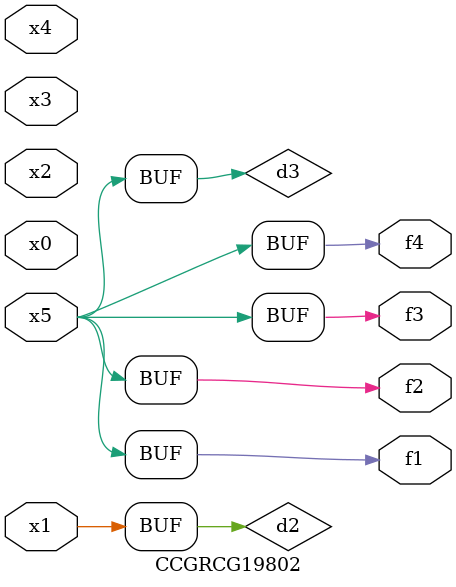
<source format=v>
module CCGRCG19802(
	input x0, x1, x2, x3, x4, x5,
	output f1, f2, f3, f4
);

	wire d1, d2, d3;

	not (d1, x5);
	or (d2, x1);
	xnor (d3, d1);
	assign f1 = d3;
	assign f2 = d3;
	assign f3 = d3;
	assign f4 = d3;
endmodule

</source>
